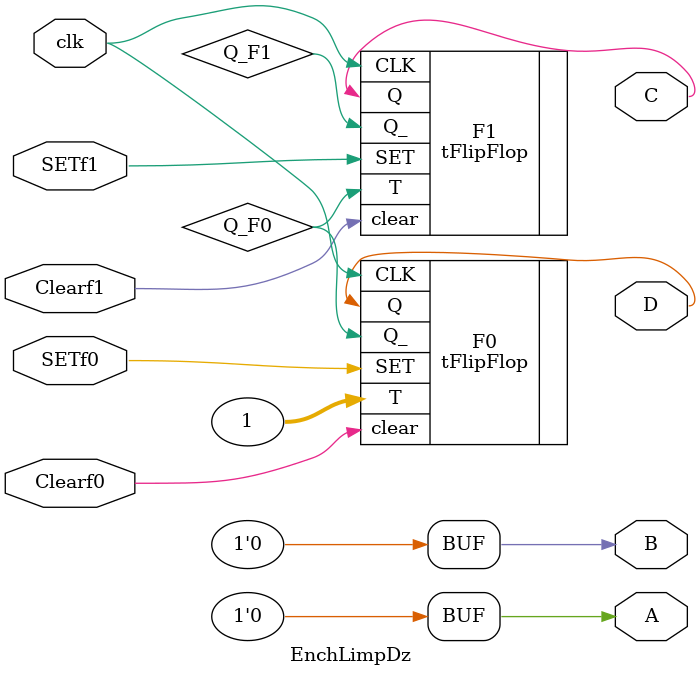
<source format=v>
module EnchLimpDz (clk, SETf0, SETf1, Clearf0, Clearf1, A, B, C, D);
	
	// Declaração de entradas e saídas
	input clk, SETf0, SETf1, Clearf0, Clearf1;
	output A, B, C, D;
	
	// Declaração de fio intermediários
	wire Q_F0, Q_F1, Q_F2;
	
	not (A, 1);
	not (B, 1);
	
	// Lógica do contador da Dezenas de segundos
	
	tFlipFlop F0(

	.T(1),
	.clear(Clearf0),
	.CLK(clk),
	.Q(D),
	.Q_(Q_F0),
	.SET(SETf0),

	);
	
	tFlipFlop F1(

	.T(Q_F0),
	.clear(Clearf1),
	.CLK(clk),
	.Q(C),
	.Q_(Q_F1),
	.SET(SETf1),

	);
	
endmodule

</source>
